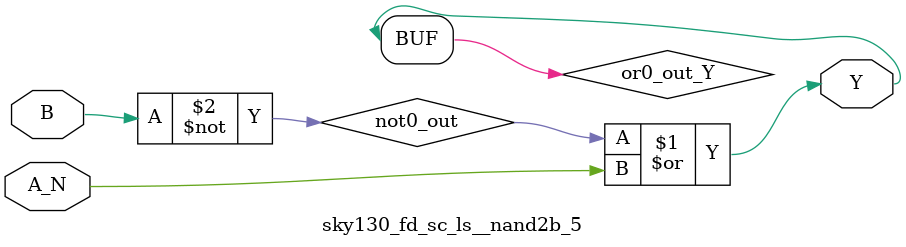
<source format=v>
module sky130_fd_sc_ls__nand2b_5 (
    Y  ,
    A_N,
    B
);
    output Y  ;
    input  A_N;
    input  B  ;
    wire not0_out ;
    wire or0_out_Y;
    not not0 (not0_out , B              );
    or  or0  (or0_out_Y, not0_out, A_N  );
    buf buf0 (Y        , or0_out_Y      );
endmodule
</source>
